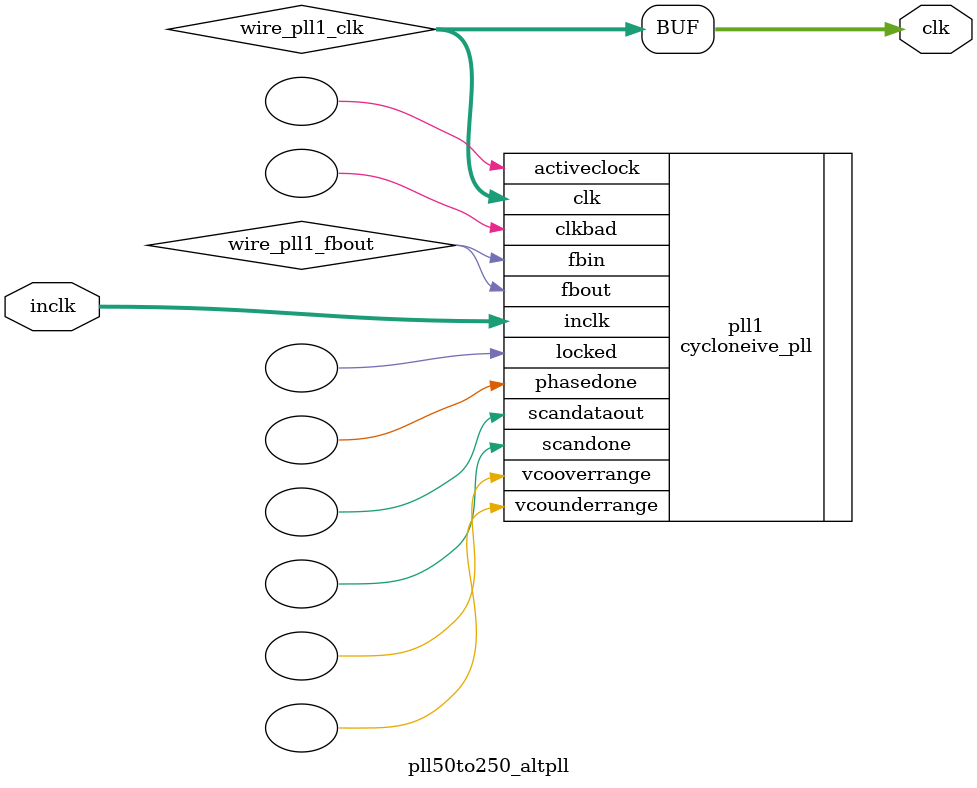
<source format=v>






//synthesis_resources = cycloneive_pll 1 
//synopsys translate_off
`timescale 1 ps / 1 ps
//synopsys translate_on
module  pll50to250_altpll
	( 
	clk,
	inclk) /* synthesis synthesis_clearbox=1 */;
	output   [4:0]  clk;
	input   [1:0]  inclk;
`ifndef ALTERA_RESERVED_QIS
// synopsys translate_off
`endif
	tri0   [1:0]  inclk;
`ifndef ALTERA_RESERVED_QIS
// synopsys translate_on
`endif

	wire  [4:0]   wire_pll1_clk;
	wire  wire_pll1_fbout;

	cycloneive_pll   pll1
	( 
	.activeclock(),
	.clk(wire_pll1_clk),
	.clkbad(),
	.fbin(wire_pll1_fbout),
	.fbout(wire_pll1_fbout),
	.inclk(inclk),
	.locked(),
	.phasedone(),
	.scandataout(),
	.scandone(),
	.vcooverrange(),
	.vcounderrange()
	`ifndef FORMAL_VERIFICATION
	// synopsys translate_off
	`endif
	,
	.areset(1'b0),
	.clkswitch(1'b0),
	.configupdate(1'b0),
	.pfdena(1'b1),
	.phasecounterselect({3{1'b0}}),
	.phasestep(1'b0),
	.phaseupdown(1'b0),
	.scanclk(1'b0),
	.scanclkena(1'b1),
	.scandata(1'b0)
	`ifndef FORMAL_VERIFICATION
	// synopsys translate_on
	`endif
	);
	defparam
		pll1.bandwidth_type = "auto",
		pll1.clk0_divide_by = 1,
		pll1.clk0_duty_cycle = 50,
		pll1.clk0_multiply_by = 5,
		pll1.clk0_phase_shift = "0",
		pll1.compensate_clock = "clk0",
		pll1.inclk0_input_frequency = 20000,
		pll1.operation_mode = "normal",
		pll1.pll_type = "auto",
		pll1.lpm_type = "cycloneive_pll";
	assign
		clk = {wire_pll1_clk[4:0]};
endmodule //pll50to250_altpll
//VALID FILE

</source>
